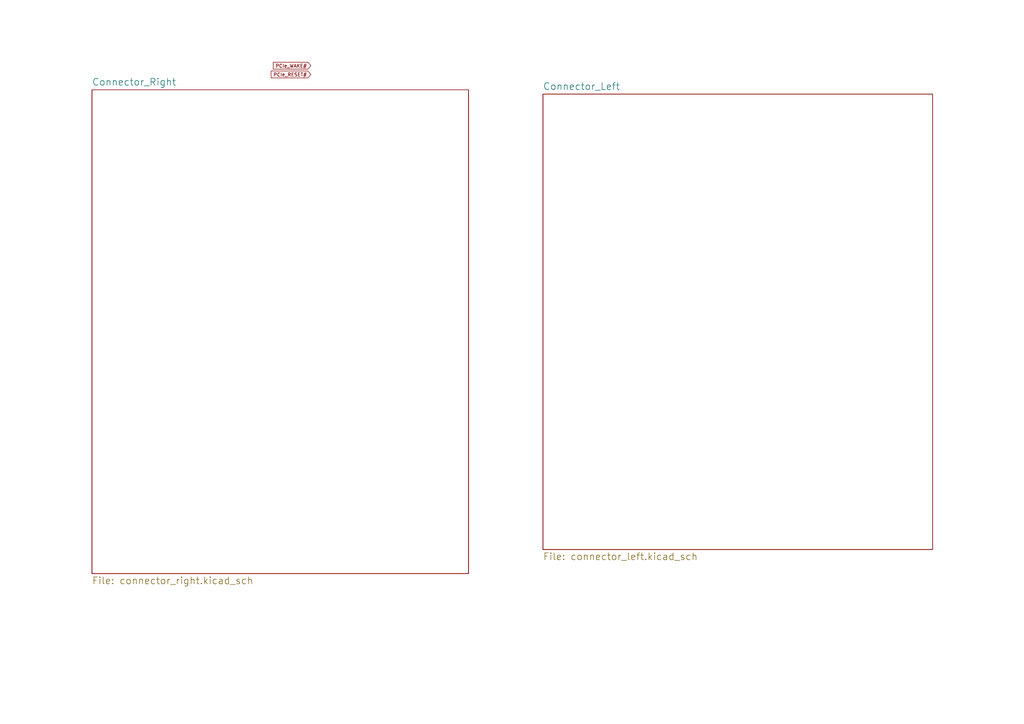
<source format=kicad_sch>
(kicad_sch
	(version 20250114)
	(generator "eeschema")
	(generator_version "9.0")
	(uuid "28a1a5e0-b5cd-4830-88d9-ffd66b74be28")
	(paper "A4")
	(lib_symbols)
	(global_label "PCIe_WAKE#"
		(shape input)
		(at 90.17 19.05 180)
		(fields_autoplaced yes)
		(effects
			(font
				(size 1 1)
			)
			(justify right)
		)
		(uuid "1b636d3f-6180-4118-bf2a-111fccd7430a")
		(property "Intersheetrefs" "${INTERSHEET_REFS}"
			(at 78.8197 19.05 0)
			(effects
				(font
					(size 1.27 1.27)
				)
				(justify right)
				(hide yes)
			)
		)
	)
	(global_label "PCIe_RESET#"
		(shape input)
		(at 90.17 21.59 180)
		(fields_autoplaced yes)
		(effects
			(font
				(size 1 1)
			)
			(justify right)
		)
		(uuid "2904a798-322a-40a1-8b79-5fdbcfc0066d")
		(property "Intersheetrefs" "${INTERSHEET_REFS}"
			(at 78.2006 21.59 0)
			(effects
				(font
					(size 1.27 1.27)
				)
				(justify right)
				(hide yes)
			)
		)
	)
	(sheet
		(at 26.67 26.035)
		(size 109.22 140.335)
		(exclude_from_sim no)
		(in_bom yes)
		(on_board yes)
		(dnp no)
		(fields_autoplaced yes)
		(stroke
			(width 0.1524)
			(type solid)
		)
		(fill
			(color 0 0 0 0.0000)
		)
		(uuid "1d60f035-0f28-465e-b9ad-baa96092a082")
		(property "Sheetname" "Connector_Right"
			(at 26.67 24.9584 0)
			(effects
				(font
					(size 2 2)
				)
				(justify left bottom)
			)
		)
		(property "Sheetfile" "connector_right.kicad_sch"
			(at 26.67 167.2466 0)
			(effects
				(font
					(size 2 2)
				)
				(justify left top)
			)
		)
		(instances
			(project "BB_IMX8MLP"
				(path "/cd2fb234-91e5-476f-84ed-38419b628dc6/654a2f2f-b0bc-45e1-bc79-3ecb22a05819"
					(page "16")
				)
			)
		)
	)
	(sheet
		(at 157.48 27.305)
		(size 113.03 132.08)
		(exclude_from_sim no)
		(in_bom yes)
		(on_board yes)
		(dnp no)
		(fields_autoplaced yes)
		(stroke
			(width 0.1524)
			(type solid)
		)
		(fill
			(color 0 0 0 0.0000)
		)
		(uuid "5edc45a9-d45b-4bfe-a70e-ddce03847b00")
		(property "Sheetname" "Connector_Left"
			(at 157.48 26.2284 0)
			(effects
				(font
					(size 2 2)
				)
				(justify left bottom)
			)
		)
		(property "Sheetfile" "connector_left.kicad_sch"
			(at 157.48 160.2616 0)
			(effects
				(font
					(size 2 2)
				)
				(justify left top)
			)
		)
		(instances
			(project "BB_IMX8MLP"
				(path "/cd2fb234-91e5-476f-84ed-38419b628dc6/654a2f2f-b0bc-45e1-bc79-3ecb22a05819"
					(page "17")
				)
			)
		)
	)
)

</source>
